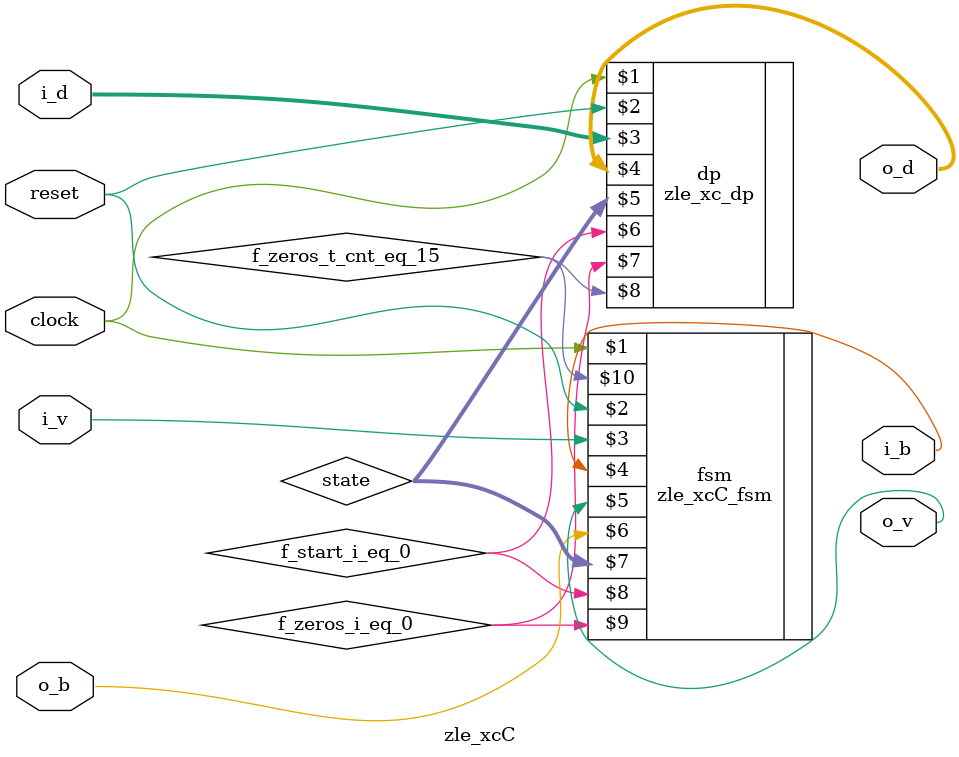
<source format=v>

`include "zle_xcC_fsm.v"
`include "zle_xc_dp.v"

module zle_xcC (clock, reset,  i_d, i_v, i_b,  o_d, o_v, o_b);
   
   input  clock, reset;
   input  [2:0] i_d;	input  i_v;	output i_b;	// - input  stream i
   output [3:0] o_d;	output o_v;	input  o_b;	// - output stream o

   wire [3:0] 	state;				// - state to datapath
   wire 	f_start_i_eq_0,
		f_zeros_i_eq_0,
		f_zeros_t_cnt_eq_15;		// - flags from datapath
   
   zle_xcC_fsm fsm (clock, reset,  i_v, i_b,  o_v, o_b,  state,
		    f_start_i_eq_0, f_zeros_i_eq_0, f_zeros_t_cnt_eq_15);
   
   zle_xc_dp   dp  (clock, reset, i_d, o_d, state,
		    f_start_i_eq_0, f_zeros_i_eq_0, f_zeros_t_cnt_eq_15);

endmodule // zle_xcC

</source>
